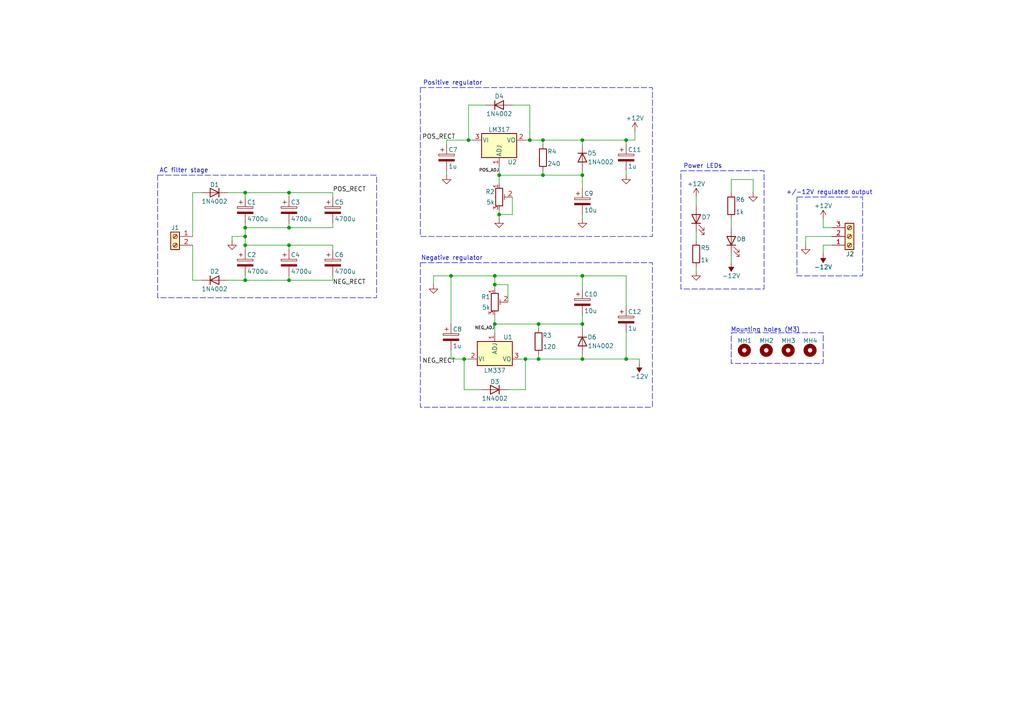
<source format=kicad_sch>
(kicad_sch (version 20231120) (generator "eeschema") (generator_version "8.0")
  (paper "A4")
  (title_block (title "PSU") (date "2024-04-19") (rev "v0.1") (company "Ora Elektra"))
  (lib_symbols
    (symbol "Connector:Screw_Terminal_01x02" (pin_names (offset 1.016) hide)
      (property "Reference" "J" (at 0 2.54 0))
      (property "Value" "Screw_Terminal_01x02" (at 0 -5.08 0))
      (symbol "Screw_Terminal_01x02_1_1"
        (rectangle (start -1.27 1.27) (end 1.27 -3.81) (stroke (width 0.254)) (fill (type background)))
        (circle (center 0 -2.54) (radius 0.635) (stroke (width 0.1524)))
        (polyline (pts (xy -0.5334 -2.2098) (xy 0.3302 -3.048)) (stroke (width 0.1524)))
        (polyline (pts (xy -0.5334 0.3302) (xy 0.3302 -0.508)) (stroke (width 0.1524)))
        (polyline (pts (xy -0.3556 -2.032) (xy 0.508 -2.8702)) (stroke (width 0.1524)))
        (polyline (pts (xy -0.3556 0.508) (xy 0.508 -0.3302)) (stroke (width 0.1524)))
        (circle (center 0 0) (radius 0.635) (stroke (width 0.1524)))
        (pin passive line (at -5.08 0 0) (length 3.81) (name "Pin_1") (number "1"))
        (pin passive line (at -5.08 -2.54 0) (length 3.81) (name "Pin_2") (number "2"))
      )
    )
    (symbol "Connector:Screw_Terminal_01x03" (pin_names (offset 1.016) hide)
      (property "Reference" "J" (at 0 5.08 0))
      (property "Value" "Screw_Terminal_01x03" (at 0 -5.08 0))
      (symbol "Screw_Terminal_01x03_1_1"
        (rectangle (start -1.27 3.81) (end 1.27 -3.81) (stroke (width 0.254)) (fill (type background)))
        (circle (center 0 -2.54) (radius 0.635) (stroke (width 0.1524)))
        (polyline (pts (xy -0.5334 -2.2098) (xy 0.3302 -3.048)) (stroke (width 0.1524)))
        (polyline (pts (xy -0.5334 0.3302) (xy 0.3302 -0.508)) (stroke (width 0.1524)))
        (polyline (pts (xy -0.5334 2.8702) (xy 0.3302 2.032)) (stroke (width 0.1524)))
        (polyline (pts (xy -0.3556 -2.032) (xy 0.508 -2.8702)) (stroke (width 0.1524)))
        (polyline (pts (xy -0.3556 0.508) (xy 0.508 -0.3302)) (stroke (width 0.1524)))
        (polyline (pts (xy -0.3556 3.048) (xy 0.508 2.2098)) (stroke (width 0.1524)))
        (circle (center 0 0) (radius 0.635) (stroke (width 0.1524)))
        (circle (center 0 2.54) (radius 0.635) (stroke (width 0.1524)))
        (pin passive line (at -5.08 2.54 0) (length 3.81) (name "Pin_1") (number "1"))
        (pin passive line (at -5.08 0 0) (length 3.81) (name "Pin_2") (number "2"))
        (pin passive line (at -5.08 -2.54 0) (length 3.81) (name "Pin_3") (number "3"))
      )
    )
    (symbol "Device:C_Polarized" (pin_numbers hide) (pin_names (offset 0.254))
      (property "Reference" "C" (at 0.635 2.54 0))
      (property "Value" "C_Polarized" (at 0.635 -2.54 0))
      (symbol "C_Polarized_0_1"
        (rectangle (start -2.286 0.508) (end 2.286 1.016))
        (polyline (pts (xy -1.778 2.286) (xy -0.762 2.286)))
        (polyline (pts (xy -1.27 2.794) (xy -1.27 1.778)))
        (rectangle (start 2.286 -0.508) (end -2.286 -1.016) (fill (type outline)))
      )
      (symbol "C_Polarized_1_1"
        (pin passive line (at 0 3.81 270) (length 2.794) (name "~") (number "1"))
        (pin passive line (at 0 -3.81 90) (length 2.794) (name "~") (number "2"))
      )
    )
    (symbol "Device:LED" (pin_numbers hide) (pin_names (offset 1.016) hide)
      (property "Reference" "D" (at 0 2.54 0))
      (property "Value" "LED" (at 0 -2.54 0))
      (symbol "LED_0_1"
        (polyline (pts (xy -1.27 -1.27) (xy -1.27 1.27)) (stroke (width 0.254)))
        (polyline (pts (xy -1.27 0) (xy 1.27 0)))
        (polyline (pts (xy 1.27 -1.27) (xy 1.27 1.27) (xy -1.27 0) (xy 1.27 -1.27)) (stroke (width 0.254)))
        (polyline (pts (xy -3.048 -0.762) (xy -4.572 -2.286) (xy -3.81 -2.286) (xy -4.572 -2.286) (xy -4.572 -1.524)))
        (polyline (pts (xy -1.778 -0.762) (xy -3.302 -2.286) (xy -2.54 -2.286) (xy -3.302 -2.286) (xy -3.302 -1.524)))
      )
      (symbol "LED_1_1"
        (pin passive line (at -3.81 0 0) (length 2.54) (name "K") (number "1"))
        (pin passive line (at 3.81 0 180) (length 2.54) (name "A") (number "2"))
      )
    )
    (symbol "Device:R" (pin_numbers hide) (pin_names (offset 0))
      (property "Reference" "R" (at 2.032 0 90))
      (property "Value" "R" (at 0 0 90))
      (symbol "R_0_1"
        (rectangle (start -1.016 -2.54) (end 1.016 2.54) (stroke (width 0.254)))
      )
      (symbol "R_1_1"
        (pin passive line (at 0 3.81 270) (length 1.27) (name "~") (number "1"))
        (pin passive line (at 0 -3.81 90) (length 1.27) (name "~") (number "2"))
      )
    )
    (symbol "Device:R_Potentiometer_Trim" (pin_names (offset 1.016) hide)
      (property "Reference" "RV" (at -4.445 0 90))
      (property "Value" "R_Potentiometer_Trim" (at -2.54 0 90))
      (symbol "R_Potentiometer_Trim_0_1"
        (polyline (pts (xy 1.524 0.762) (xy 1.524 -0.762)))
        (polyline (pts (xy 2.54 0) (xy 1.524 0)))
        (rectangle (start 1.016 2.54) (end -1.016 -2.54) (stroke (width 0.254)))
      )
      (symbol "R_Potentiometer_Trim_1_1"
        (pin passive line (at 0 3.81 270) (length 1.27) (name "1") (number "1"))
        (pin passive line (at 3.81 0 180) (length 1.27) (name "2") (number "2"))
        (pin passive line (at 0 -3.81 90) (length 1.27) (name "3") (number "3"))
      )
    )
    (symbol "Diode:1N4002" (pin_numbers hide) (pin_names hide)
      (property "Reference" "D" (at 0 2.54 0))
      (property "Value" "1N4002" (at 0 -2.54 0))
      (symbol "1N4002_0_1"
        (polyline (pts (xy -1.27 1.27) (xy -1.27 -1.27)) (stroke (width 0.254)))
        (polyline (pts (xy 1.27 0) (xy -1.27 0)))
        (polyline (pts (xy 1.27 1.27) (xy 1.27 -1.27) (xy -1.27 0) (xy 1.27 1.27)) (stroke (width 0.254)))
      )
      (symbol "1N4002_1_1"
        (pin passive line (at -3.81 0 0) (length 2.54) (name "K") (number "1"))
        (pin passive line (at 3.81 0 180) (length 2.54) (name "A") (number "2"))
      )
    )
    (symbol "Mechanical:MountingHole" (pin_names (offset 1.016)) (exclude_from_sim yes) (in_bom no)
      (property "Reference" "H" (at 0 5.08 0))
      (property "Value" "MountingHole" (at 0 3.175 0))
      (symbol "MountingHole_0_1"
        (circle (center 0 0) (radius 1.27) (stroke (width 1.27)))
      )
    )
    (symbol "Regulator_Linear:LM317_SOT-223" (pin_names (offset 0.254))
      (property "Reference" "U" (at -3.81 3.175 0))
      (property "Value" "LM317_SOT-223" (at 0 3.175 0))
      (symbol "LM317_SOT-223_0_1"
        (rectangle (start -5.08 1.905) (end 5.08 -5.08) (stroke (width 0.254)) (fill (type background)))
      )
      (symbol "LM317_SOT-223_1_1"
        (pin input line (at 0 -7.62 90) (length 2.54) (name "ADJ") (number "1"))
        (pin power_out line (at 7.62 0 180) (length 2.54) (name "VO") (number "2"))
        (pin power_in line (at -7.62 0 0) (length 2.54) (name "VI") (number "3"))
      )
    )
    (symbol "Regulator_Linear:LM337_TO220" (pin_names (offset 0.254))
      (property "Reference" "U" (at -3.81 -3.175 0))
      (property "Value" "LM337_TO220" (at 0 -3.175 0))
      (symbol "LM337_TO220_0_1"
        (rectangle (start -5.08 5.08) (end 5.08 -1.905) (stroke (width 0.254)) (fill (type background)))
      )
      (symbol "LM337_TO220_1_1"
        (pin input line (at 0 7.62 270) (length 2.54) (name "ADJ") (number "1"))
        (pin power_in line (at -7.62 0 0) (length 2.54) (name "VI") (number "2"))
        (pin power_out line (at 7.62 0 180) (length 2.54) (name "VO") (number "3"))
      )
    )
    (symbol "power:+12V" (power) (pin_numbers hide) (pin_names (offset 0) hide)
      (property "Value" "+12V" (at 0 3.556 0))
      (symbol "+12V_0_1"
        (polyline (pts (xy -0.762 1.27) (xy 0 2.54)))
        (polyline (pts (xy 0 0) (xy 0 2.54)))
        (polyline (pts (xy 0 2.54) (xy 0.762 1.27)))
      )
      (symbol "+12V_1_1"
        (pin power_in line (at 0 0 90) (length 0) (name "~") (number "1"))
      )
    )
    (symbol "power:-12V" (power) (pin_numbers hide) (pin_names (offset 0) hide)
      (property "Value" "-12V" (at 0 3.556 0))
      (symbol "-12V_0_0"
        (pin power_in line (at 0 0 90) (length 0) (name "~") (number "1"))
      )
      (symbol "-12V_0_1"
        (polyline (pts (xy 0 0) (xy 0 1.27) (xy 0.762 1.27) (xy 0 2.54) (xy -0.762 1.27) (xy 0 1.27)) (fill (type outline)))
      )
    )
    (symbol "power:GND" (power) (pin_numbers hide) (pin_names (offset 0) hide)
      (property "Value" "GND" (at 0 -3.81 0))
      (symbol "GND_0_1"
        (polyline (pts (xy 0 0) (xy 0 -1.27) (xy 1.27 -1.27) (xy 0 -2.54) (xy -1.27 -1.27) (xy 0 -1.27)))
      )
      (symbol "GND_1_1"
        (pin power_in line (at 0 0 270) (length 0) (name "~") (number "1"))
      )
    )
  )
  (junction (at 143.51 82.55))
  (junction (at 83.82 81.28))
  (junction (at 181.61 104.14))
  (junction (at 153.67 40.64))
  (junction (at 71.12 68.58))
  (junction (at 168.91 80.01))
  (junction (at 83.82 71.12))
  (junction (at 157.48 50.8))
  (junction (at 71.12 71.12))
  (junction (at 83.82 55.88))
  (junction (at 181.61 40.64))
  (junction (at 134.62 104.14))
  (junction (at 143.51 80.01))
  (junction (at 144.78 50.8))
  (junction (at 157.48 40.64))
  (junction (at 130.81 80.01))
  (junction (at 135.89 40.64))
  (junction (at 156.21 93.98))
  (junction (at 168.91 93.98))
  (junction (at 152.4 104.14))
  (junction (at 83.82 66.04))
  (junction (at 71.12 81.28))
  (junction (at 71.12 55.88))
  (junction (at 71.12 66.04))
  (junction (at 143.51 93.98))
  (junction (at 144.78 62.23))
  (junction (at 156.21 104.14))
  (junction (at 168.91 40.64))
  (junction (at 168.91 50.8))
  (junction (at 168.91 104.14))
  (wire (pts (xy 143.51 93.98) (xy 143.51 96.52)))
  (wire (pts (xy 83.82 80.01) (xy 83.82 81.28)))
  (wire (pts (xy 96.52 80.01) (xy 96.52 81.28)))
  (wire (pts (xy 168.91 50.8) (xy 168.91 54.61)))
  (wire (pts (xy 71.12 55.88) (xy 71.12 57.15)))
  (wire (pts (xy 156.21 93.98) (xy 168.91 93.98)))
  (wire (pts (xy 130.81 80.01) (xy 130.81 93.98)))
  (wire (pts (xy 96.52 72.39) (xy 96.52 71.12)))
  (wire (pts (xy 157.48 41.91) (xy 157.48 40.64)))
  (wire (pts (xy 135.89 30.48) (xy 135.89 40.64)))
  (wire (pts (xy 212.09 63.5) (xy 212.09 66.04)))
  (wire (pts (xy 152.4 113.03) (xy 152.4 104.14)))
  (wire (pts (xy 130.81 80.01) (xy 125.73 80.01)))
  (wire (pts (xy 157.48 49.53) (xy 157.48 50.8)))
  (wire (pts (xy 71.12 64.77) (xy 71.12 66.04)))
  (wire (pts (xy 144.78 48.26) (xy 144.78 50.8)))
  (wire (pts (xy 185.42 105.41) (xy 185.42 104.14)))
  (wire (pts (xy 83.82 55.88) (xy 96.52 55.88)))
  (wire (pts (xy 181.61 49.53) (xy 181.61 50.8)))
  (wire (pts (xy 130.81 101.6) (xy 130.81 104.14)))
  (wire (pts (xy 184.15 40.64) (xy 181.61 40.64)))
  (wire (pts (xy 201.93 57.15) (xy 201.93 59.69)))
  (wire (pts (xy 96.52 81.28) (xy 83.82 81.28)))
  (wire (pts (xy 96.52 71.12) (xy 83.82 71.12)))
  (wire (pts (xy 218.44 55.88) (xy 218.44 52.07)))
  (wire (pts (xy 181.61 104.14) (xy 168.91 104.14)))
  (wire (pts (xy 168.91 62.23) (xy 168.91 63.5)))
  (wire (pts (xy 55.88 81.28) (xy 58.42 81.28)))
  (wire (pts (xy 218.44 52.07) (xy 212.09 52.07)))
  (wire (pts (xy 71.12 72.39) (xy 71.12 71.12)))
  (wire (pts (xy 129.54 41.91) (xy 129.54 40.64)))
  (wire (pts (xy 83.82 55.88) (xy 71.12 55.88)))
  (wire (pts (xy 168.91 91.44) (xy 168.91 93.98)))
  (wire (pts (xy 67.31 68.58) (xy 71.12 68.58)))
  (wire (pts (xy 144.78 62.23) (xy 144.78 63.5)))
  (wire (pts (xy 201.93 77.47) (xy 201.93 78.74)))
  (wire (pts (xy 157.48 50.8) (xy 168.91 50.8)))
  (wire (pts (xy 156.21 93.98) (xy 143.51 93.98)))
  (wire (pts (xy 156.21 93.98) (xy 156.21 95.25)))
  (wire (pts (xy 135.89 40.64) (xy 137.16 40.64)))
  (wire (pts (xy 181.61 88.9) (xy 181.61 80.01)))
  (wire (pts (xy 147.32 82.55) (xy 143.51 82.55)))
  (wire (pts (xy 168.91 93.98) (xy 168.91 95.25)))
  (wire (pts (xy 152.4 40.64) (xy 153.67 40.64)))
  (wire (pts (xy 233.68 68.58) (xy 233.68 71.12)))
  (wire (pts (xy 168.91 104.14) (xy 156.21 104.14)))
  (wire (pts (xy 181.61 96.52) (xy 181.61 104.14)))
  (wire (pts (xy 71.12 71.12) (xy 83.82 71.12)))
  (wire (pts (xy 212.09 73.66) (xy 212.09 76.2)))
  (wire (pts (xy 238.76 66.04) (xy 238.76 63.5)))
  (wire (pts (xy 71.12 80.01) (xy 71.12 81.28)))
  (wire (pts (xy 55.88 71.12) (xy 55.88 81.28)))
  (wire (pts (xy 153.67 30.48) (xy 148.59 30.48)))
  (wire (pts (xy 55.88 68.58) (xy 55.88 55.88)))
  (wire (pts (xy 83.82 66.04) (xy 96.52 66.04)))
  (wire (pts (xy 144.78 50.8) (xy 144.78 53.34)))
  (wire (pts (xy 83.82 57.15) (xy 83.82 55.88)))
  (wire (pts (xy 168.91 83.82) (xy 168.91 80.01)))
  (wire (pts (xy 181.61 41.91) (xy 181.61 40.64)))
  (wire (pts (xy 201.93 67.31) (xy 201.93 69.85)))
  (wire (pts (xy 241.3 66.04) (xy 238.76 66.04)))
  (wire (pts (xy 181.61 40.64) (xy 168.91 40.64)))
  (wire (pts (xy 125.73 80.01) (xy 125.73 82.55)))
  (wire (pts (xy 55.88 55.88) (xy 58.42 55.88)))
  (wire (pts (xy 66.04 55.88) (xy 71.12 55.88)))
  (wire (pts (xy 129.54 40.64) (xy 135.89 40.64)))
  (wire (pts (xy 139.7 113.03) (xy 134.62 113.03)))
  (wire (pts (xy 168.91 49.53) (xy 168.91 50.8)))
  (wire (pts (xy 130.81 80.01) (xy 143.51 80.01)))
  (wire (pts (xy 144.78 60.96) (xy 144.78 62.23)))
  (wire (pts (xy 153.67 40.64) (xy 157.48 40.64)))
  (wire (pts (xy 168.91 40.64) (xy 157.48 40.64)))
  (wire (pts (xy 140.97 30.48) (xy 135.89 30.48)))
  (wire (pts (xy 148.59 62.23) (xy 144.78 62.23)))
  (wire (pts (xy 157.48 50.8) (xy 144.78 50.8)))
  (wire (pts (xy 129.54 49.53) (xy 129.54 50.8)))
  (wire (pts (xy 143.51 80.01) (xy 168.91 80.01)))
  (wire (pts (xy 147.32 113.03) (xy 152.4 113.03)))
  (wire (pts (xy 130.81 104.14) (xy 134.62 104.14)))
  (wire (pts (xy 184.15 38.1) (xy 184.15 40.64)))
  (wire (pts (xy 238.76 71.12) (xy 238.76 73.66)))
  (wire (pts (xy 143.51 91.44) (xy 143.51 93.98)))
  (wire (pts (xy 185.42 104.14) (xy 181.61 104.14)))
  (wire (pts (xy 143.51 82.55) (xy 143.51 83.82)))
  (wire (pts (xy 241.3 68.58) (xy 233.68 68.58)))
  (wire (pts (xy 168.91 40.64) (xy 168.91 41.91)))
  (wire (pts (xy 212.09 52.07) (xy 212.09 55.88)))
  (wire (pts (xy 148.59 57.15) (xy 148.59 62.23)))
  (wire (pts (xy 83.82 71.12) (xy 83.82 72.39)))
  (wire (pts (xy 96.52 57.15) (xy 96.52 55.88)))
  (wire (pts (xy 96.52 64.77) (xy 96.52 66.04)))
  (wire (pts (xy 67.31 69.85) (xy 67.31 68.58)))
  (wire (pts (xy 147.32 87.63) (xy 147.32 82.55)))
  (wire (pts (xy 134.62 104.14) (xy 135.89 104.14)))
  (wire (pts (xy 71.12 66.04) (xy 83.82 66.04)))
  (wire (pts (xy 241.3 71.12) (xy 238.76 71.12)))
  (wire (pts (xy 152.4 104.14) (xy 156.21 104.14)))
  (wire (pts (xy 153.67 40.64) (xy 153.67 30.48)))
  (wire (pts (xy 143.51 80.01) (xy 143.51 82.55)))
  (wire (pts (xy 156.21 104.14) (xy 156.21 102.87)))
  (wire (pts (xy 134.62 113.03) (xy 134.62 104.14)))
  (wire (pts (xy 168.91 80.01) (xy 181.61 80.01)))
  (wire (pts (xy 71.12 68.58) (xy 71.12 71.12)))
  (wire (pts (xy 151.13 104.14) (xy 152.4 104.14)))
  (wire (pts (xy 83.82 81.28) (xy 71.12 81.28)))
  (wire (pts (xy 168.91 102.87) (xy 168.91 104.14)))
  (wire (pts (xy 71.12 81.28) (xy 66.04 81.28)))
  (wire (pts (xy 83.82 64.77) (xy 83.82 66.04)))
  (wire (pts (xy 71.12 68.58) (xy 71.12 66.04)))
  (rectangle (start 212.09 96.52) (end 212.09 96.52))
  (rectangle (start 189.23 68.58) (end 189.23 68.58))
  (rectangle (start 121.92 25.4) (end 189.23 68.58) (stroke (width 0) (type dash)))
  (rectangle (start 231.14 57.15) (end 250.19 80.01) (stroke (width 0) (type dash)))
  (rectangle (start 212.09 96.52) (end 238.76 105.41) (stroke (width 0) (type dash)))
  (rectangle (start 197.485 49.53) (end 221.615 83.82) (stroke (width 0) (type dash)))
  (rectangle (start 45.72 50.8) (end 109.22 86.36) (stroke (width 0) (type dash)))
  (rectangle (start 121.92 76.2) (end 189.23 118.11) (stroke (width 0) (type dash)))
  (text "+/-12V regulated output" (at 240.538 55.88 0) (effects (font (size 1.27 1.27))))
  (text "Positive regulator" (at 131.318 24.13 0) (effects (font (size 1.27 1.27))))
  (text "Power LEDs" (at 203.835 48.26 0) (effects (font (size 1.27 1.27))))
  (text "AC filter stage" (at 53.34 49.53 0) (effects (font (size 1.27 1.27))))
  (text "Mounting holes (M3)\n" (at 221.996 95.758 0) (effects (font (size 1.27 1.27))))
  (text "Negative regulator" (at 131.064 74.93 0) (effects (font (size 1.27 1.27))))
  (label "POS_ADJ" (at 144.78 49.53 180) (effects (font (size 0.889 0.889))))
  (label "POS_RECT" (at 96.52 55.88 0))
  (label "NEG_ADJ" (at 143.51 95.25 180) (effects (font (size 0.889 0.889))))
  (label "NEG_RECT" (at 132.08 104.14 180))
  (label "NEG_RECT" (at 96.52 81.28 0))
  (label "POS_RECT" (at 132.08 40.64 180))
  (symbol (lib_id "Device:C_Polarized") (at 96.52 60.96 0) (unit 1)
    (property "Reference" "C5" (at 97.028 58.674 0) (effects (justify left)))
    (property "Value" "4700u" (at 97.028 63.5 0) (effects (justify left)))
    (property "Footprint" "Capacitor_THT:CP_Radial_D16.0mm_P7.50mm" (effects (hide yes)))
    (property "Description" "Polarized capacitor" (effects (hide yes)))
  )
  (symbol (lib_id "Device:C_Polarized") (at 83.82 76.2 0) (unit 1)
    (property "Reference" "C4" (at 84.328 73.914 0) (effects (justify left)))
    (property "Value" "4700u" (at 84.328 78.74 0) (effects (justify left)))
    (property "Footprint" "Capacitor_THT:CP_Radial_D16.0mm_P7.50mm" (effects (hide yes)))
    (property "Description" "Polarized capacitor" (effects (hide yes)))
  )
  (symbol (lib_id "power:GND") (at 218.44 55.88 0) (unit 1)
    (property "Reference" "#PWR015" (effects (hide yes)))
    (property "Value" "GND" (effects (hide yes)))
    (property "Description" "Power symbol creates a global label with name \"GND\" , ground" (effects (hide yes)))
  )
  (symbol (lib_id "power:+12V") (at 184.15 38.1 0) (unit 1)
    (property "Reference" "#PWR07" (effects (hide yes)))
    (property "Value" "+12V" (at 184.15 34.29 0))
    (property "Description" "Power symbol creates a global label with name \"+12V\"" (effects (hide yes)))
  )
  (symbol (lib_id "Device:LED") (at 201.93 63.5 90) (unit 1)
    (property "Reference" "D7" (at 203.454 62.992 90) (effects (justify right)))
    (property "Value" "LED" (effects (hide yes)))
    (property "Footprint" "LED_THT:LED_D3.0mm" (effects (hide yes)))
    (property "Description" "Light emitting diode" (effects (hide yes)))
  )
  (symbol (lib_id "Device:C_Polarized") (at 181.61 45.72 0) (unit 1)
    (property "Reference" "C11" (at 182.118 43.434 0) (effects (justify left)))
    (property "Value" "1u" (at 182.118 48.26 0) (effects (justify left)))
    (property "Footprint" "Capacitor_Tantalum_SMD:CP_EIA-3528-15_AVX-H" (effects (hide yes)))
    (property "Description" "Polarized capacitor" (effects (hide yes)))
  )
  (symbol (lib_id "Device:R") (at 212.09 59.69 0) (unit 1)
    (property "Reference" "R6" (at 213.36 57.912 0) (effects (justify left)))
    (property "Value" "1k" (at 213.36 61.468 0) (effects (justify left)))
    (property "Footprint" "Resistor_THT:R_Axial_DIN0207_L6.3mm_D2.5mm_P7.62mm_Horizontal" (effects (hide yes)))
    (property "Description" "Resistor" (effects (hide yes)))
  )
  (symbol (lib_id "power:+12V") (at 238.76 63.5 0) (unit 1)
    (property "Reference" "#PWR010" (effects (hide yes)))
    (property "Value" "+12V" (at 238.76 59.69 0))
    (property "Description" "Power symbol creates a global label with name \"+12V\"" (effects (hide yes)))
  )
  (symbol (lib_id "Diode:1N4002") (at 62.23 55.88 180) (unit 1)
    (property "Reference" "D1" (at 62.23 53.594 0))
    (property "Value" "1N4002" (at 62.23 58.42 0))
    (property "Footprint" "Diode_THT:D_DO-41_SOD81_P7.62mm_Horizontal" (effects (hide yes)))
    (property "Datasheet" "http://www.vishay.com/docs/88503/1n4001.pdf" (effects (hide yes)))
    (property "Description" "100V 1A General Purpose Rectifier Diode, DO-41" (effects (hide yes)))
    (property "Sim.Device" "D" (effects (hide yes)))
    (property "Sim.Pins" "1=K 2=A" (effects (hide yes)))
  )
  (symbol (lib_id "Device:R") (at 201.93 73.66 0) (unit 1)
    (property "Reference" "R5" (at 203.2 71.882 0) (effects (justify left)))
    (property "Value" "1k" (at 203.2 75.438 0) (effects (justify left)))
    (property "Footprint" "Resistor_THT:R_Axial_DIN0207_L6.3mm_D2.5mm_P7.62mm_Horizontal" (effects (hide yes)))
    (property "Description" "Resistor" (effects (hide yes)))
  )
  (symbol (lib_id "Device:C_Polarized") (at 181.61 92.71 0) (unit 1)
    (property "Reference" "C12" (at 182.118 90.424 0) (effects (justify left)))
    (property "Value" "1u" (at 182.118 95.25 0) (effects (justify left)))
    (property "Footprint" "Capacitor_Tantalum_SMD:CP_EIA-3528-15_AVX-H" (effects (hide yes)))
    (property "Description" "Polarized capacitor" (effects (hide yes)))
  )
  (symbol (lib_id "Device:R_Potentiometer_Trim") (at 143.51 87.63 0) (unit 1)
    (property "Reference" "R1" (at 142.24 86.106 0) (effects (justify right)))
    (property "Value" "5k" (at 142.24 89.154 0) (effects (justify right)))
    (property "Footprint" "Potentiometer_THT:Potentiometer_Bourns_3296W_Vertical" (effects (hide yes)))
    (property "Description" "Trim-potentiometer" (effects (hide yes)))
  )
  (symbol (lib_id "Mechanical:MountingHole") (at 234.95 101.6 0) (unit 1) (exclude_from_sim yes)
    (property "Reference" "MH4" (at 232.918 98.806 0) (effects (justify left)))
    (property "Value" "MountingHole" (effects (hide yes)))
    (property "Footprint" "MountingHole:MountingHole_3.2mm_M3" (effects (hide yes)))
    (property "Description" "Mounting Hole without connection" (effects (hide yes)))
  )
  (symbol (lib_id "power:GND") (at 129.54 50.8 0) (unit 1)
    (property "Reference" "#PWR03" (effects (hide yes)))
    (property "Value" "GND" (effects (hide yes)))
    (property "Description" "Power symbol creates a global label with name \"GND\" , ground" (effects (hide yes)))
  )
  (symbol (lib_id "Diode:1N4002") (at 168.91 99.06 270) (unit 1)
    (property "Reference" "D6" (at 171.704 97.79 90))
    (property "Value" "1N4002" (at 174.244 100.33 90))
    (property "Footprint" "Diode_THT:D_DO-41_SOD81_P7.62mm_Horizontal" (effects (hide yes)))
    (property "Datasheet" "http://www.vishay.com/docs/88503/1n4001.pdf" (effects (hide yes)))
    (property "Description" "100V 1A General Purpose Rectifier Diode, DO-41" (effects (hide yes)))
    (property "Sim.Device" "D" (effects (hide yes)))
    (property "Sim.Pins" "1=K 2=A" (effects (hide yes)))
  )
  (symbol (lib_id "Device:LED") (at 212.09 69.85 90) (unit 1)
    (property "Reference" "D8" (at 213.614 69.342 90) (effects (justify right)))
    (property "Value" "LED" (effects (hide yes)))
    (property "Footprint" "LED_THT:LED_D3.0mm" (effects (hide yes)))
    (property "Description" "Light emitting diode" (effects (hide yes)))
  )
  (symbol (lib_id "Diode:1N4002") (at 168.91 45.72 270) (unit 1)
    (property "Reference" "D5" (at 171.704 44.45 90))
    (property "Value" "1N4002" (at 174.244 46.99 90))
    (property "Footprint" "Diode_THT:D_DO-41_SOD81_P7.62mm_Horizontal" (effects (hide yes)))
    (property "Datasheet" "http://www.vishay.com/docs/88503/1n4001.pdf" (effects (hide yes)))
    (property "Description" "100V 1A General Purpose Rectifier Diode, DO-41" (effects (hide yes)))
    (property "Sim.Device" "D" (effects (hide yes)))
    (property "Sim.Pins" "1=K 2=A" (effects (hide yes)))
  )
  (symbol (lib_id "power:GND") (at 144.78 63.5 0) (unit 1)
    (property "Reference" "#PWR04" (effects (hide yes)))
    (property "Value" "GND" (effects (hide yes)))
    (property "Description" "Power symbol creates a global label with name \"GND\" , ground" (effects (hide yes)))
  )
  (symbol (lib_id "Mechanical:MountingHole") (at 215.9 101.6 0) (unit 1) (exclude_from_sim yes)
    (property "Reference" "MH1" (at 213.868 98.806 0) (effects (justify left)))
    (property "Value" "MountingHole" (effects (hide yes)))
    (property "Footprint" "MountingHole:MountingHole_3.2mm_M3" (effects (hide yes)))
    (property "Description" "Mounting Hole without connection" (effects (hide yes)))
  )
  (symbol (lib_id "Device:C_Polarized") (at 71.12 76.2 0) (unit 1)
    (property "Reference" "C2" (at 71.628 73.914 0) (effects (justify left)))
    (property "Value" "4700u" (at 71.628 78.74 0) (effects (justify left)))
    (property "Footprint" "Capacitor_THT:CP_Radial_D16.0mm_P7.50mm" (effects (hide yes)))
    (property "Description" "Polarized capacitor" (effects (hide yes)))
  )
  (symbol (lib_id "Connector:Screw_Terminal_01x02") (at 50.8 68.58 0) (mirror y) (unit 1)
    (property "Reference" "J1" (at 50.8 66.04 0))
    (property "Value" "Screw_Terminal_01x02" (effects (hide yes)))
    (property "Footprint" "TerminalBlock_Phoenix:TerminalBlock_Phoenix_MKDS-1,5-2_1x02_P5.00mm_Horizontal" (effects (hide yes)))
    (property "Description" "Generic screw terminal, single row, 01x02, script generated (kicad-library-utils/schlib/autogen/connector/)" (effects (hide yes)))
  )
  (symbol (lib_id "Connector:Screw_Terminal_01x03") (at 246.38 68.58 0) (mirror x) (unit 1)
    (property "Reference" "J2" (at 245.364 73.66 0) (effects (justify left)))
    (property "Value" "Screw_Terminal_01x03" (effects (hide yes)))
    (property "Footprint" "TerminalBlock_Phoenix:TerminalBlock_Phoenix_MKDS-1,5-3_1x03_P5.00mm_Horizontal" (effects (hide yes)))
    (property "Description" "Generic screw terminal, single row, 01x03, script generated (kicad-library-utils/schlib/autogen/connector/)" (effects (hide yes)))
  )
  (symbol (lib_id "Diode:1N4002") (at 144.78 30.48 0) (unit 1)
    (property "Reference" "D4" (at 144.78 27.94 0))
    (property "Value" "1N4002" (at 144.78 33.02 0))
    (property "Footprint" "Diode_THT:D_DO-41_SOD81_P7.62mm_Horizontal" (effects (hide yes)))
    (property "Datasheet" "http://www.vishay.com/docs/88503/1n4001.pdf" (effects (hide yes)))
    (property "Description" "100V 1A General Purpose Rectifier Diode, DO-41" (effects (hide yes)))
    (property "Sim.Device" "D" (effects (hide yes)))
    (property "Sim.Pins" "1=K 2=A" (effects (hide yes)))
  )
  (symbol (lib_id "Diode:1N4002") (at 143.51 113.03 180) (unit 1)
    (property "Reference" "D3" (at 143.51 110.744 0))
    (property "Value" "1N4002" (at 143.51 115.57 0))
    (property "Footprint" "Diode_THT:D_DO-41_SOD81_P7.62mm_Horizontal" (effects (hide yes)))
    (property "Datasheet" "http://www.vishay.com/docs/88503/1n4001.pdf" (effects (hide yes)))
    (property "Description" "100V 1A General Purpose Rectifier Diode, DO-41" (effects (hide yes)))
    (property "Sim.Device" "D" (effects (hide yes)))
    (property "Sim.Pins" "1=K 2=A" (effects (hide yes)))
  )
  (symbol (lib_id "Device:C_Polarized") (at 168.91 87.63 0) (unit 1)
    (property "Reference" "C10" (at 169.418 85.344 0) (effects (justify left)))
    (property "Value" "10u" (at 169.418 90.17 0) (effects (justify left)))
    (property "Footprint" "Capacitor_Tantalum_SMD:CP_EIA-3528-15_AVX-H" (effects (hide yes)))
    (property "Description" "Polarized capacitor" (effects (hide yes)))
  )
  (symbol (lib_id "power:-12V") (at 238.76 73.66 180) (unit 1)
    (property "Reference" "#PWR011" (effects (hide yes)))
    (property "Value" "-12V" (at 238.76 77.47 0))
    (property "Description" "Power symbol creates a global label with name \"-12V\"" (effects (hide yes)))
  )
  (symbol (lib_id "power:GND") (at 168.91 63.5 0) (unit 1)
    (property "Reference" "#PWR05" (effects (hide yes)))
    (property "Value" "GND" (effects (hide yes)))
    (property "Description" "Power symbol creates a global label with name \"GND\" , ground" (effects (hide yes)))
  )
  (symbol (lib_id "power:GND") (at 67.31 69.85 0) (unit 1)
    (property "Reference" "#PWR01" (effects (hide yes)))
    (property "Value" "GND" (effects (hide yes)))
    (property "Description" "Power symbol creates a global label with name \"GND\" , ground" (effects (hide yes)))
  )
  (symbol (lib_id "Device:C_Polarized") (at 71.12 60.96 0) (unit 1)
    (property "Reference" "C1" (at 71.628 58.674 0) (effects (justify left)))
    (property "Value" "4700u" (at 71.628 63.5 0) (effects (justify left)))
    (property "Footprint" "Capacitor_THT:CP_Radial_D16.0mm_P7.50mm" (effects (hide yes)))
    (property "Description" "Polarized capacitor" (effects (hide yes)))
  )
  (symbol (lib_id "power:-12V") (at 212.09 76.2 180) (unit 1)
    (property "Reference" "#PWR014" (effects (hide yes)))
    (property "Value" "-12V" (at 212.09 80.01 0))
    (property "Description" "Power symbol creates a global label with name \"-12V\"" (effects (hide yes)))
  )
  (symbol (lib_id "Device:C_Polarized") (at 130.81 97.79 0) (unit 1)
    (property "Reference" "C8" (at 131.318 95.504 0) (effects (justify left)))
    (property "Value" "1u" (at 131.318 100.33 0) (effects (justify left)))
    (property "Footprint" "Capacitor_Tantalum_SMD:CP_EIA-3528-15_AVX-H" (effects (hide yes)))
    (property "Description" "Polarized capacitor" (effects (hide yes)))
  )
  (symbol (lib_id "Mechanical:MountingHole") (at 228.6 101.6 0) (unit 1) (exclude_from_sim yes)
    (property "Reference" "MH3" (at 226.568 98.806 0) (effects (justify left)))
    (property "Value" "MountingHole" (effects (hide yes)))
    (property "Footprint" "MountingHole:MountingHole_3.2mm_M3" (effects (hide yes)))
    (property "Description" "Mounting Hole without connection" (effects (hide yes)))
  )
  (symbol (lib_id "Device:C_Polarized") (at 168.91 58.42 0) (unit 1)
    (property "Reference" "C9" (at 169.418 56.134 0) (effects (justify left)))
    (property "Value" "10u" (at 169.418 60.96 0) (effects (justify left)))
    (property "Footprint" "Capacitor_Tantalum_SMD:CP_EIA-3528-15_AVX-H" (effects (hide yes)))
    (property "Description" "Polarized capacitor" (effects (hide yes)))
  )
  (symbol (lib_id "Device:C_Polarized") (at 83.82 60.96 0) (unit 1)
    (property "Reference" "C3" (at 84.328 58.674 0) (effects (justify left)))
    (property "Value" "4700u" (at 84.328 63.5 0) (effects (justify left)))
    (property "Footprint" "Capacitor_THT:CP_Radial_D16.0mm_P7.50mm" (effects (hide yes)))
    (property "Description" "Polarized capacitor" (effects (hide yes)))
  )
  (symbol (lib_id "Diode:1N4002") (at 62.23 81.28 0) (unit 1)
    (property "Reference" "D2" (at 62.23 78.74 0))
    (property "Value" "1N4002" (at 62.23 83.82 0))
    (property "Footprint" "Diode_THT:D_DO-41_SOD81_P7.62mm_Horizontal" (effects (hide yes)))
    (property "Datasheet" "http://www.vishay.com/docs/88503/1n4001.pdf" (effects (hide yes)))
    (property "Description" "100V 1A General Purpose Rectifier Diode, DO-41" (effects (hide yes)))
    (property "Sim.Device" "D" (effects (hide yes)))
    (property "Sim.Pins" "1=K 2=A" (effects (hide yes)))
  )
  (symbol (lib_id "Device:R") (at 157.48 45.72 0) (unit 1)
    (property "Reference" "R4" (at 158.75 43.942 0) (effects (justify left)))
    (property "Value" "240" (at 158.75 47.498 0) (effects (justify left)))
    (property "Footprint" "Resistor_THT:R_Axial_DIN0207_L6.3mm_D2.5mm_P7.62mm_Horizontal" (effects (hide yes)))
    (property "Description" "Resistor" (effects (hide yes)))
  )
  (symbol (lib_id "Device:C_Polarized") (at 96.52 76.2 0) (unit 1)
    (property "Reference" "C6" (at 97.028 73.914 0) (effects (justify left)))
    (property "Value" "4700u" (at 97.028 78.74 0) (effects (justify left)))
    (property "Footprint" "Capacitor_THT:CP_Radial_D16.0mm_P7.50mm" (effects (hide yes)))
    (property "Description" "Polarized capacitor" (effects (hide yes)))
  )
  (symbol (lib_id "power:-12V") (at 185.42 105.41 180) (unit 1)
    (property "Reference" "#PWR08" (effects (hide yes)))
    (property "Value" "-12V" (at 185.42 109.22 0))
    (property "Description" "Power symbol creates a global label with name \"-12V\"" (effects (hide yes)))
  )
  (symbol (lib_id "Device:C_Polarized") (at 129.54 45.72 0) (unit 1)
    (property "Reference" "C7" (at 130.048 43.434 0) (effects (justify left)))
    (property "Value" "1u" (at 130.048 48.26 0) (effects (justify left)))
    (property "Footprint" "Capacitor_Tantalum_SMD:CP_EIA-3528-15_AVX-H" (effects (hide yes)))
    (property "Description" "Polarized capacitor" (effects (hide yes)))
  )
  (symbol (lib_id "Device:R_Potentiometer_Trim") (at 144.78 57.15 0) (unit 1)
    (property "Reference" "R2" (at 143.51 55.626 0) (effects (justify right)))
    (property "Value" "5k" (at 143.51 58.674 0) (effects (justify right)))
    (property "Footprint" "Potentiometer_THT:Potentiometer_Bourns_3296W_Vertical" (effects (hide yes)))
    (property "Description" "Trim-potentiometer" (effects (hide yes)))
  )
  (symbol (lib_id "Regulator_Linear:LM317_SOT-223") (at 144.78 40.64 0) (unit 1)
    (property "Reference" "U2" (at 148.59 46.99 0))
    (property "Value" "LM317" (at 144.78 37.592 0))
    (property "Footprint" "Package_TO_SOT_THT:TO-220-3_Vertical" (effects (hide yes)))
    (property "Datasheet" "http://www.ti.com/lit/ds/symlink/lm317.pdf" (effects (hide yes)))
    (property "Description" "1.5A 35V Adjustable Linear Regulator, SOT-223" (effects (hide yes)))
  )
  (symbol (lib_id "Regulator_Linear:LM337_TO220") (at 143.51 104.14 0) (unit 1)
    (property "Reference" "U1" (at 147.32 97.79 0))
    (property "Value" "LM337" (at 143.51 107.442 0))
    (property "Footprint" "Package_TO_SOT_THT:TO-220-3_Vertical" (effects (hide yes)))
    (property "Datasheet" "http://www.ti.com/lit/ds/symlink/lm337-n.pdf" (effects (hide yes)))
    (property "Description" "Negative 1.5A 35V Adjustable Linear Regulator, TO-220" (effects (hide yes)))
  )
  (symbol (lib_id "Mechanical:MountingHole") (at 222.25 101.6 0) (unit 1) (exclude_from_sim yes)
    (property "Reference" "MH2" (at 220.218 98.806 0) (effects (justify left)))
    (property "Value" "MountingHole" (effects (hide yes)))
    (property "Footprint" "MountingHole:MountingHole_3.2mm_M3" (effects (hide yes)))
    (property "Description" "Mounting Hole without connection" (effects (hide yes)))
  )
  (symbol (lib_id "power:GND") (at 125.73 82.55 0) (unit 1)
    (property "Reference" "#PWR02" (effects (hide yes)))
    (property "Value" "GND" (effects (hide yes)))
    (property "Description" "Power symbol creates a global label with name \"GND\" , ground" (effects (hide yes)))
  )
  (symbol (lib_id "Device:R") (at 156.21 99.06 180) (unit 1)
    (property "Reference" "R3" (at 160.02 97.282 0) (effects (justify left)))
    (property "Value" "120" (at 161.29 100.584 0) (effects (justify left)))
    (property "Footprint" "Resistor_THT:R_Axial_DIN0207_L6.3mm_D2.5mm_P7.62mm_Horizontal" (effects (hide yes)))
    (property "Description" "Resistor" (effects (hide yes)))
  )
  (symbol (lib_id "power:GND") (at 181.61 50.8 0) (unit 1)
    (property "Reference" "#PWR06" (effects (hide yes)))
    (property "Value" "GND" (effects (hide yes)))
    (property "Description" "Power symbol creates a global label with name \"GND\" , ground" (effects (hide yes)))
  )
  (symbol (lib_id "power:GND") (at 233.68 71.12 0) (unit 1)
    (property "Reference" "#PWR09" (effects (hide yes)))
    (property "Value" "GND" (effects (hide yes)))
    (property "Description" "Power symbol creates a global label with name \"GND\" , ground" (effects (hide yes)))
  )
  (symbol (lib_id "power:+12V") (at 201.93 57.15 0) (unit 1)
    (property "Reference" "#PWR013" (effects (hide yes)))
    (property "Value" "+12V" (at 201.93 53.34 0))
    (property "Description" "Power symbol creates a global label with name \"+12V\"" (effects (hide yes)))
  )
  (symbol (lib_id "power:GND") (at 201.93 78.74 0) (unit 1)
    (property "Reference" "#PWR012" (effects (hide yes)))
    (property "Value" "GND" (effects (hide yes)))
    (property "Description" "Power symbol creates a global label with name \"GND\" , ground" (effects (hide yes)))
  )
)
</source>
